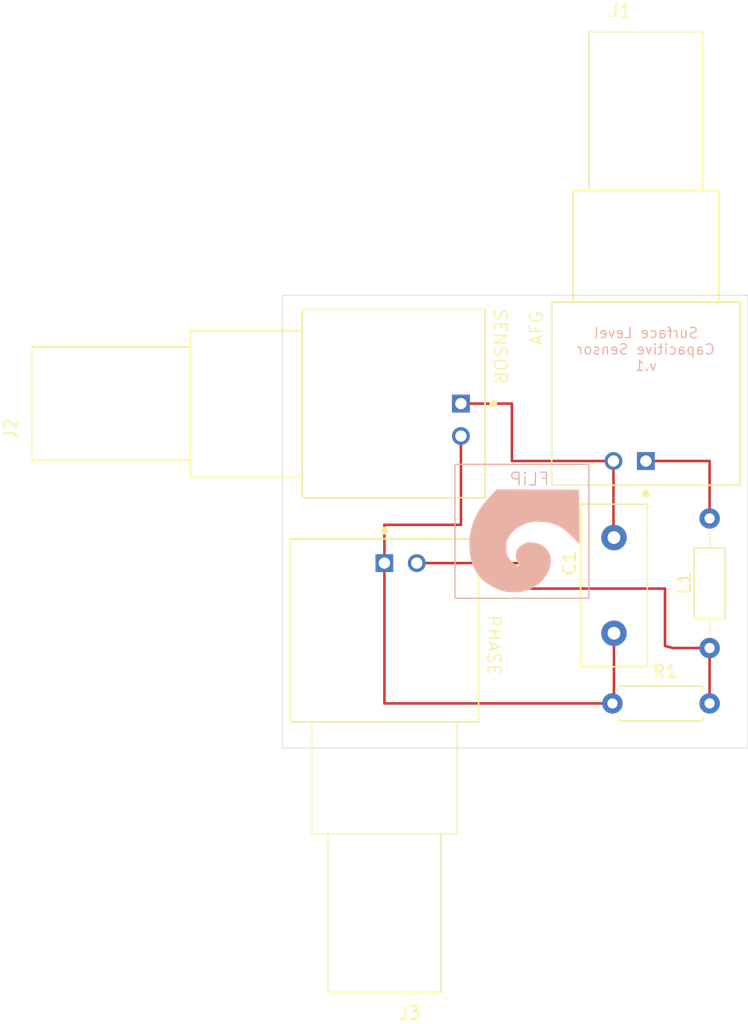
<source format=kicad_pcb>
(kicad_pcb (version 20241229) (generator "pcbnew") (generator_version "9.0")
  (layers (0 "F.Cu" signal) (2 "B.Cu" signal) (13 "F.Paste" user) (15 "B.Paste" user) (5 "F.SilkS" user "F.Silkscreen") (7 "B.SilkS" user "B.Silkscreen") (1 "F.Mask" user) (3 "B.Mask" user) (25 "Edge.Cuts" user))
  (net 0 "")
  (net 1 "Net-(C1-Pad1)")
  (net 2 "Net-(C1-Pad2)")
  (net 3 "Net-(J1-Pad1)")
  (net 4 "Net-(J3-Pad2)")
  (footprint "227161-1:TE_227161-1" (layer "F.Cu") (at 143 50.5)
    (property "Reference" "J1" (at -1.987005 -35.290745 0) (layer "F.SilkS") (effects (font (size 1.001016 1.001016))))
    (property "Value" "227161-1")
    (fp_line (start -7.38 -12.45) (end 7.38 -12.45) (stroke (width 0.127)) (layer "F.SilkS"))
    (fp_line (start -7.38 1.9) (end -7.38 -12.45) (stroke (width 0.127)) (layer "F.SilkS"))
    (fp_line (start -5.715 -21.21) (end -4.445 -21.21) (stroke (width 0.127)) (layer "F.SilkS"))
    (fp_line (start -5.715 -12.45) (end -5.715 -21.21) (stroke (width 0.127)) (layer "F.SilkS"))
    (fp_line (start -4.445 -33.66) (end 4.445 -33.66) (stroke (width 0.127)) (layer "F.SilkS"))
    (fp_line (start -4.445 -21.21) (end -4.445 -33.66) (stroke (width 0.127)) (layer "F.SilkS"))
    (fp_line (start -4.445 -21.21) (end 4.445 -21.21) (stroke (width 0.127)) (layer "F.SilkS"))
    (fp_line (start 4.445 -33.66) (end 4.445 -21.21) (stroke (width 0.127)) (layer "F.SilkS"))
    (fp_line (start 4.445 -21.21) (end 5.715 -21.21) (stroke (width 0.127)) (layer "F.SilkS"))
    (fp_line (start 5.715 -21.21) (end 5.715 -12.45) (stroke (width 0.127)) (layer "F.SilkS"))
    (fp_line (start 7.38 -12.45) (end 7.38 1.9) (stroke (width 0.127)) (layer "F.SilkS"))
    (fp_line (start 7.38 1.9) (end -7.38 1.9) (stroke (width 0.127)) (layer "F.SilkS"))
    (fp_circle (center 0 2.54) (end 0.15 2.54) (stroke (width 0.3)) (fill no) (layer "F.SilkS"))
    (pad "" np_thru_hole circle (at -5.08 -5.08) (size 2.01 2.01) (drill 2.01) (layers "*.Cu" "*.Mask"))
    (pad "" np_thru_hole circle (at 5.08 -5.08) (size 2.01 2.01) (drill 2.01) (layers "*.Cu" "*.Mask"))
    (pad "1" thru_hole rect (at 0 0) (size 1.398 1.398) (drill 0.89) (layers "*.Cu" "*.Mask") (net 3 "Net-(J1-Pad1)"))
    (pad "2" thru_hole circle (at -2.54 0) (size 1.398 1.398) (drill 0.89) (layers "*.Cu" "*.Mask") (net 2 "Net-(C1-Pad2)"))
  )
  (footprint "227161-1:TE_227161-1" (layer "F.Cu") (at 128.5 46 90)
    (property "Reference" "J2" (at -1.987005 -35.290745 90) (layer "F.SilkS") (effects (font (size 1.001016 1.001016))))
    (property "Value" "227161-1")
    (fp_line (start 4.445 -33.66) (end 4.445 -21.21) (stroke (width 0.127)) (layer "F.SilkS"))
    (fp_line (start -4.445 -33.66) (end 4.445 -33.66) (stroke (width 0.127)) (layer "F.SilkS"))
    (fp_line (start 5.715 -21.21) (end 5.715 -12.45) (stroke (width 0.127)) (layer "F.SilkS"))
    (fp_line (start 4.445 -21.21) (end 5.715 -21.21) (stroke (width 0.127)) (layer "F.SilkS"))
    (fp_line (start -4.445 -21.21) (end -4.445 -33.66) (stroke (width 0.127)) (layer "F.SilkS"))
    (fp_line (start -4.445 -21.21) (end 4.445 -21.21) (stroke (width 0.127)) (layer "F.SilkS"))
    (fp_line (start -5.715 -21.21) (end -4.445 -21.21) (stroke (width 0.127)) (layer "F.SilkS"))
    (fp_line (start 7.38 -12.45) (end 7.38 1.9) (stroke (width 0.127)) (layer "F.SilkS"))
    (fp_line (start -5.715 -12.45) (end -5.715 -21.21) (stroke (width 0.127)) (layer "F.SilkS"))
    (fp_line (start -7.38 -12.45) (end 7.38 -12.45) (stroke (width 0.127)) (layer "F.SilkS"))
    (fp_line (start 7.38 1.9) (end -7.38 1.9) (stroke (width 0.127)) (layer "F.SilkS"))
    (fp_line (start -7.38 1.9) (end -7.38 -12.45) (stroke (width 0.127)) (layer "F.SilkS"))
    (fp_circle (center 0 2.54) (end 0.15 2.54) (stroke (width 0.3)) (fill no) (layer "F.SilkS"))
    (pad "" np_thru_hole circle (at -5.08 -5.08 90) (size 2.01 2.01) (drill 2.01) (layers "*.Cu" "*.Mask"))
    (pad "" np_thru_hole circle (at 5.08 -5.08 90) (size 2.01 2.01) (drill 2.01) (layers "*.Cu" "*.Mask"))
    (pad "1" thru_hole rect (at 0 0 90) (size 1.398 1.398) (drill 0.89) (layers "*.Cu" "*.Mask") (net 2 "Net-(C1-Pad2)"))
    (pad "2" thru_hole circle (at -2.54 0 90) (size 1.398 1.398) (drill 0.89) (layers "*.Cu" "*.Mask") (net 1 "Net-(C1-Pad1)"))
  )
  (footprint "Inductor_THT:L_Axial_L5.3mm_D2.2mm_P10.16mm_Horizontal_Vishay_IM-1" (layer "F.Cu") (at 148 55 -90)
    (property "Reference" "L1" (at 5.08 2 90) (layer "F.SilkS"))
    (property "Value" "10mH")
    (fp_line (start 1.04 0) (end 2.31 0) (stroke (width 0.12)) (layer "F.SilkS"))
    (fp_line (start 9.12 0) (end 7.85 0) (stroke (width 0.12)) (layer "F.SilkS"))
    (fp_rect (start 2.31 -1.22) (end 7.85 1.22) (stroke (width 0.12)) (fill no) (layer "F.SilkS"))
    (pad "1" thru_hole circle (at 0 0 270) (size 1.6 1.6) (drill 0.8) (layers "*.Cu" "*.Mask") (net 3 "Net-(J1-Pad1)"))
    (pad "2" thru_hole circle (at 10.16 0 270) (size 1.6 1.6) (drill 0.8) (layers "*.Cu" "*.Mask") (net 4 "Net-(J3-Pad2)"))
  )
  (footprint "227161-1:TE_227161-1" (layer "F.Cu") (at 122.5 58.5 180)
    (property "Reference" "J3" (at -1.987005 -35.290745 0) (layer "F.SilkS") (effects (font (size 1.001016 1.001016))))
    (property "Value" "227161-1")
    (fp_line (start 7.38 1.9) (end -7.38 1.9) (stroke (width 0.127)) (layer "F.SilkS"))
    (fp_line (start 7.38 -12.45) (end 7.38 1.9) (stroke (width 0.127)) (layer "F.SilkS"))
    (fp_line (start 5.715 -21.21) (end 5.715 -12.45) (stroke (width 0.127)) (layer "F.SilkS"))
    (fp_line (start 4.445 -21.21) (end 5.715 -21.21) (stroke (width 0.127)) (layer "F.SilkS"))
    (fp_line (start 4.445 -33.66) (end 4.445 -21.21) (stroke (width 0.127)) (layer "F.SilkS"))
    (fp_line (start -4.445 -21.21) (end 4.445 -21.21) (stroke (width 0.127)) (layer "F.SilkS"))
    (fp_line (start -4.445 -21.21) (end -4.445 -33.66) (stroke (width 0.127)) (layer "F.SilkS"))
    (fp_line (start -4.445 -33.66) (end 4.445 -33.66) (stroke (width 0.127)) (layer "F.SilkS"))
    (fp_line (start -5.715 -12.45) (end -5.715 -21.21) (stroke (width 0.127)) (layer "F.SilkS"))
    (fp_line (start -5.715 -21.21) (end -4.445 -21.21) (stroke (width 0.127)) (layer "F.SilkS"))
    (fp_line (start -7.38 1.9) (end -7.38 -12.45) (stroke (width 0.127)) (layer "F.SilkS"))
    (fp_line (start -7.38 -12.45) (end 7.38 -12.45) (stroke (width 0.127)) (layer "F.SilkS"))
    (fp_circle (center 0 2.54) (end 0.15 2.54) (stroke (width 0.3)) (fill no) (layer "F.SilkS"))
    (pad "" np_thru_hole circle (at -5.08 -5.08 180) (size 2.01 2.01) (drill 2.01) (layers "*.Cu" "*.Mask"))
    (pad "" np_thru_hole circle (at 5.08 -5.08 180) (size 2.01 2.01) (drill 2.01) (layers "*.Cu" "*.Mask"))
    (pad "1" thru_hole rect (at 0 0 180) (size 1.398 1.398) (drill 0.89) (layers "*.Cu" "*.Mask") (net 1 "Net-(C1-Pad1)"))
    (pad "2" thru_hole circle (at -2.54 0 180) (size 1.398 1.398) (drill 0.89) (layers "*.Cu" "*.Mask") (net 4 "Net-(J3-Pad2)"))
  )
  (footprint "Resistor_THT:R_Axial_DIN0207_L6.3mm_D2.5mm_P7.62mm_Horizontal" (layer "F.Cu") (at 148 69.5 180)
    (property "Reference" "R1" (at 3.5 2.5 0) (layer "F.SilkS"))
    (property "Value" "100")
    (fp_line (start 7.08 1.37) (end 7.08 1.04) (stroke (width 0.12)) (layer "F.SilkS"))
    (fp_line (start 7.08 -1.37) (end 7.08 -1.04) (stroke (width 0.12)) (layer "F.SilkS"))
    (fp_line (start 0.54 1.37) (end 7.08 1.37) (stroke (width 0.12)) (layer "F.SilkS"))
    (fp_line (start 0.54 1.04) (end 0.54 1.37) (stroke (width 0.12)) (layer "F.SilkS"))
    (fp_line (start 0.54 -1.04) (end 0.54 -1.37) (stroke (width 0.12)) (layer "F.SilkS"))
    (fp_line (start 0.54 -1.37) (end 7.08 -1.37) (stroke (width 0.12)) (layer "F.SilkS"))
    (pad "1" thru_hole circle (at 0 0 180) (size 1.6 1.6) (drill 0.8) (layers "*.Cu" "*.Mask") (net 4 "Net-(J3-Pad2)"))
    (pad "2" thru_hole circle (at 7.62 0 180) (size 1.6 1.6) (drill 0.8) (layers "*.Cu" "*.Mask") (net 1 "Net-(C1-Pad1)"))
  )
  (footprint "Capacitor_THT:C_Disc_D12.5mm_W5.0mm_P7.50mm" (layer "F.Cu") (at 140.5 64 90)
    (property "Reference" "C1" (at 5.5 -3.5 90) (layer "F.SilkS"))
    (property "Value" "560pF")
    (fp_line (start 10.12 -2.62) (end 10.12 2.62) (stroke (width 0.12)) (layer "F.SilkS"))
    (fp_line (start -2.62 -2.62) (end 10.12 -2.62) (stroke (width 0.12)) (layer "F.SilkS"))
    (fp_line (start -2.62 -2.62) (end -2.62 2.62) (stroke (width 0.12)) (layer "F.SilkS"))
    (fp_line (start -2.62 2.62) (end 10.12 2.62) (stroke (width 0.12)) (layer "F.SilkS"))
    (pad "1" thru_hole circle (at 0 0 90) (size 2 2) (drill 1) (layers "*.Cu" "*.Mask") (net 1 "Net-(C1-Pad1)"))
    (pad "2" thru_hole circle (at 7.5 0 90) (size 2 2) (drill 1) (layers "*.Cu" "*.Mask") (net 2 "Net-(C1-Pad2)"))
  )
  (footprint "LOGO" (layer "B.Cu") (at 133 57.5 180)
    (property "Reference" "G***" (hide yes))
    (property "Value" "LOGO" (hide yes))
    (fp_poly (pts (xy 2.068068 4.389326) (xy 2.511522 3.90734) (xy 2.877633 3.445885) (xy 3.172774 2.995385) (xy 3.403319 2.546262) (xy 3.553584 2.157443) (xy 3.678393 1.751735) (xy 3.764956 1.394374) (xy 3.818398 1.056029) (xy 3.843844 0.707369) (xy 3.847811 0.473865) (xy 3.812589 -0.160235) (xy 3.70701 -0.740662) (xy 3.531202 -1.267084) (xy 3.285293 -1.739166) (xy 2.969411 -2.156573) (xy 2.756062 -2.371771) (xy 2.512361 -2.564831) (xy 2.209529 -2.758633) (xy 1.875925 -2.937776) (xy 1.539908 -3.086856) (xy 1.267776 -3.180089) (xy 0.995357 -3.238952) (xy 0.679452 -3.278293) (xy 0.35381 -3.29604) (xy 0.052179 -3.290121) (xy -0.148401 -3.267087) (xy -0.677491 -3.135023) (xy -1.145814 -2.938274) (xy -1.554709 -2.675858) (xy -1.905514 -2.346794) (xy -2.199567 -1.950099) (xy -2.369705 -1.637206) (xy -2.506886 -1.262316) (xy -2.560702 -0.891807) (xy -2.530526 -0.534007) (xy -2.468827 -0.320782) (xy -2.312056 -0.025276) (xy -2.08629 0.227041) (xy -1.804736 0.427009) (xy -1.480601 0.565467) (xy -1.127091 0.633254) (xy -1.08965 0.63585) (xy -0.895847 0.642478) (xy -0.754171 0.631825) (xy -0.628564 0.598358) (xy -0.503168 0.545864) (xy -0.210083 0.381469) (xy 0.000859 0.191449) (xy 0.134369 -0.030557) (xy 0.195159 -0.290909) (xy 0.200175 -0.403476) (xy 0.186974 -0.592536) (xy 0.138078 -0.755432) (xy 0.066725 -0.896517) (xy -0.01902 -1.056483) (xy -0.057943 -1.155469) (xy -0.052448 -1.206603) (xy -0.004935 -1.223012) (xy 0.006922 -1.223292) (xy 0.116055 -1.189556) (xy 0.258864 -1.098945) (xy 0.417847 -0.967358) (xy 0.575501 -0.810694) (xy 0.714326 -0.644851) (xy 0.814933 -0.489317) (xy 0.86904 -0.377807) (xy 0.903612 -0.273773) (xy 0.922968 -0.152062) (xy 0.931423 0.012478) (xy 0.933255 0.200175) (xy 0.93119 0.421543) (xy 0.921057 0.581102) (xy 0.898327 0.705941) (xy 0.858475 0.823149) (xy 0.811436 0.929168) (xy 0.624106 1.232989) (xy 0.362795 1.515755) (xy 0.04186 1.766964) (xy -0.324339 1.976116) (xy -0.721445 2.132707) (xy -0.901451 2.182057) (xy -1.235374 2.23234) (xy -1.618941 2.241992) (xy -2.023428 2.212501) (xy -2.420113 2.145352) (xy -2.624519 2.092919) (xy -2.955254 1.979464) (xy -3.257042 1.837328) (xy -3.547104 1.655297) (xy -3.842662 1.422151) (xy -4.16094 1.126677) (xy -4.259718 1.027963) (xy -4.782833 0.498119) (xy -4.771276 2.62892) (xy -4.75972 4.75972) (xy -1.537997 4.771135) (xy 1.683726 4.782551)) (fill yes) (layer "B.SilkS"))
  )
  (gr_rect (start 128.032489 50.756744) (end 138.532489 61.256744) (stroke (width 0.1)) (fill no) (layer "B.SilkS"))
  (gr_poly (pts (xy 114.5 37.5) (xy 151 37.5) (xy 151 73) (xy 114.5 73)) (stroke (width 0.05)) (fill no) (layer "Edge.Cuts"))
  (gr_text "PHASE" (at 130.5 62.5 270) (layer "F.SilkS") (effects (font (size 1 1) (thickness 0.1)) (justify left bottom)))
  (gr_text "AFG" (at 135 41.5 90) (layer "F.SilkS") (effects (font (size 1 1) (thickness 0.1)) (justify left bottom)))
  (gr_text "SENSOR" (at 131 38.5 270) (layer "F.SilkS") (effects (font (size 1 1) (thickness 0.1)) (justify left bottom)))
  (gr_text "GND" (at 133 54.5 0) (layer "F.SilkS") (effects (font (size 1 1) (thickness 0.1)) (justify left bottom)))
  (gr_text "FLiP\n" (at 135.5 52.5 -0) (layer "B.SilkS") (effects (font (size 1 1) (thickness 0.1)) (justify left bottom mirror)))
  (gr_text "Surface Level\nCapacitive Sensor\nv.1\n" (at 143 43.5 -0) (layer "B.SilkS") (effects (font (size 0.8 0.8) (thickness 0.1)) (justify bottom mirror)))
  (segment (start 128.5 55.5) (end 128.5 48.54) (width 0.2) (layer "F.Cu") (net 1))
  (segment (start 122.5 55.5) (end 128.5 55.5) (width 0.2) (layer "F.Cu") (net 1))
  (segment (start 140.5 69.38) (end 140.38 69.5) (width 0.2) (layer "F.Cu") (net 1))
  (segment (start 140.5 64) (end 140.5 69.38) (width 0.2) (layer "F.Cu") (net 1))
  (segment (start 122.5 69.5) (end 140.38 69.5) (width 0.2) (layer "F.Cu") (net 1))
  (segment (start 122.5 58.5) (end 122.5 55.5) (width 0.2) (layer "F.Cu") (net 1))
  (segment (start 122.5 58.5) (end 122.5 69.5) (width 0.2) (layer "F.Cu") (net 1))
  (segment (start 132.5 46) (end 132.5 50.5) (width 0.2) (layer "F.Cu") (net 2))
  (segment (start 128.5 46) (end 132.5 46) (width 0.2) (layer "F.Cu") (net 2))
  (segment (start 132.5 50.5) (end 140.46 50.5) (width 0.2) (layer "F.Cu") (net 2))
  (segment (start 140.46 56.46) (end 140.5 56.5) (width 0.2) (layer "F.Cu") (net 2))
  (segment (start 140.46 50.5) (end 140.46 56.46) (width 0.2) (layer "F.Cu") (net 2))
  (segment (start 148 55) (end 148 50.5) (width 0.2) (layer "F.Cu") (net 3))
  (segment (start 148 50.5) (end 143 50.5) (width 0.2) (layer "F.Cu") (net 3))
  (segment (start 134 60.5) (end 144.5 60.5) (width 0.2) (layer "F.Cu") (net 4))
  (segment (start 145.16 65.16) (end 148 65.16) (width 0.2) (layer "F.Cu") (net 4))
  (segment (start 125.04 58.5) (end 134 58.5) (width 0.2) (layer "F.Cu") (net 4))
  (segment (start 144.5 60.5) (end 144.5 65) (width 0.2) (layer "F.Cu") (net 4))
  (segment (start 134 58.5) (end 134 60.5) (width 0.2) (layer "F.Cu") (net 4))
  (segment (start 148 69.5) (end 148 65.16) (width 0.2) (layer "F.Cu") (net 4))
  (segment (start 144.5 65) (end 145.16 65.16) (width 0.2) (layer "F.Cu") (net 4))
)
</source>
